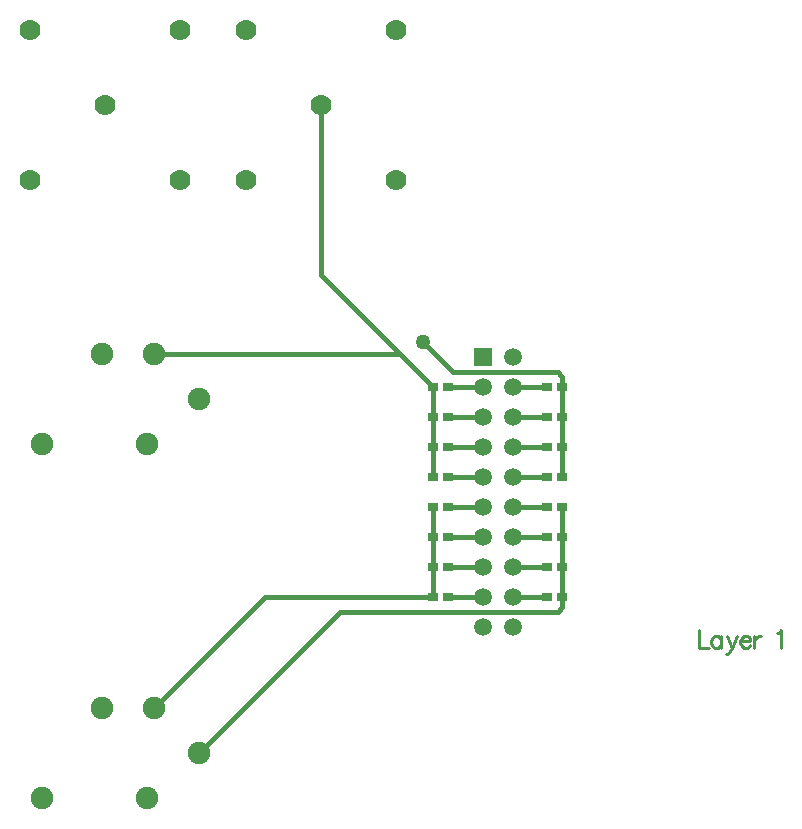
<source format=gtl>
%FSLAX24Y24*%
%MOIN*%
G70*
G01*
G75*
G04 Layer_Physical_Order=1*
G04 Layer_Color=255*
%ADD10R,0.0354X0.0276*%
%ADD11C,0.0160*%
%ADD12C,0.0100*%
%ADD13C,0.0591*%
%ADD14C,0.0750*%
%ADD15C,0.0700*%
%ADD16R,0.0591X0.0591*%
%ADD17C,0.0500*%
D10*
X35144Y56400D02*
D03*
X35656D02*
D03*
X38944D02*
D03*
X39456D02*
D03*
X35144Y55400D02*
D03*
X35656D02*
D03*
X38944D02*
D03*
X39456D02*
D03*
X35144Y54400D02*
D03*
X35656D02*
D03*
X38944D02*
D03*
X39456D02*
D03*
X35144Y53400D02*
D03*
X35656D02*
D03*
X38944D02*
D03*
X39456D02*
D03*
X35144Y52400D02*
D03*
X35656D02*
D03*
X38944D02*
D03*
X39456D02*
D03*
X35144Y51400D02*
D03*
X35656D02*
D03*
X38944D02*
D03*
X39456D02*
D03*
X35144Y50400D02*
D03*
X35656D02*
D03*
X38944D02*
D03*
X39456D02*
D03*
X35144Y49400D02*
D03*
X35656D02*
D03*
X38944D02*
D03*
X39456D02*
D03*
D11*
Y49056D02*
Y52400D01*
X32050Y48900D02*
X39300D01*
X39456Y49056D01*
X27350Y44200D02*
X32050Y48900D01*
X35144Y49400D02*
Y52400D01*
X25850Y45700D02*
X29550Y49400D01*
X35144D01*
X39456Y53400D02*
Y56744D01*
X35800Y56900D02*
X39300D01*
X34800Y57900D02*
X35800Y56900D01*
X31400Y60144D02*
X35144Y56400D01*
X31400Y60144D02*
Y65800D01*
X25850Y57500D02*
X34044D01*
X35656Y49400D02*
X36800D01*
X37800D02*
X38900D01*
X37800Y50400D02*
X38944D01*
X35656D02*
X36900D01*
X35600Y51400D02*
X36800D01*
X37800D02*
X38944D01*
X37800Y52400D02*
X38944D01*
X35656D02*
X36800D01*
X35656Y53400D02*
X36800D01*
X37800D02*
X38944D01*
X37700Y55400D02*
X38944D01*
X37800Y54400D02*
X38944D01*
X35656D02*
X36900D01*
X35656Y55400D02*
X36800D01*
X35656Y56400D02*
X36800D01*
X37800D02*
X38944D01*
X39300Y56900D02*
X39456Y56744D01*
X35144Y53400D02*
Y56400D01*
D12*
X44000Y48300D02*
Y47700D01*
X44343D01*
X44751Y48100D02*
Y47700D01*
Y48014D02*
X44694Y48071D01*
X44637Y48100D01*
X44551D01*
X44494Y48071D01*
X44437Y48014D01*
X44408Y47929D01*
Y47871D01*
X44437Y47786D01*
X44494Y47729D01*
X44551Y47700D01*
X44637D01*
X44694Y47729D01*
X44751Y47786D01*
X44940Y48100D02*
X45111Y47700D01*
X45283Y48100D02*
X45111Y47700D01*
X45054Y47586D01*
X44997Y47529D01*
X44940Y47500D01*
X44911D01*
X45383Y47929D02*
X45725D01*
Y47986D01*
X45697Y48043D01*
X45668Y48071D01*
X45611Y48100D01*
X45525D01*
X45468Y48071D01*
X45411Y48014D01*
X45383Y47929D01*
Y47871D01*
X45411Y47786D01*
X45468Y47729D01*
X45525Y47700D01*
X45611D01*
X45668Y47729D01*
X45725Y47786D01*
X45854Y48100D02*
Y47700D01*
Y47929D02*
X45882Y48014D01*
X45940Y48071D01*
X45997Y48100D01*
X46082D01*
X46608Y48186D02*
X46665Y48214D01*
X46751Y48300D01*
Y47700D01*
D13*
X37800Y49400D02*
D03*
X36800D02*
D03*
X37800Y50400D02*
D03*
X36800D02*
D03*
X37800Y51400D02*
D03*
X36800D02*
D03*
X37800Y52400D02*
D03*
X36800D02*
D03*
X37800Y53400D02*
D03*
X36800D02*
D03*
X37800Y54400D02*
D03*
X36800D02*
D03*
X37800Y55400D02*
D03*
X36800D02*
D03*
X37800Y56400D02*
D03*
X36800D02*
D03*
X37800Y48400D02*
D03*
X36800D02*
D03*
X37800Y57400D02*
D03*
D14*
X27350Y44200D02*
D03*
X25850Y45700D02*
D03*
X27350Y56000D02*
D03*
X25850Y57500D02*
D03*
X24100Y45700D02*
D03*
X22100Y42700D02*
D03*
X25600D02*
D03*
X24100Y57500D02*
D03*
X22100Y54500D02*
D03*
X25600D02*
D03*
D15*
X24200Y65800D02*
D03*
X31400D02*
D03*
X26700Y63300D02*
D03*
X21700D02*
D03*
Y68300D02*
D03*
X26700D02*
D03*
X33900Y63300D02*
D03*
X28900D02*
D03*
Y68300D02*
D03*
X33900D02*
D03*
D16*
X36800Y57400D02*
D03*
D17*
X34800Y57900D02*
D03*
M02*

</source>
